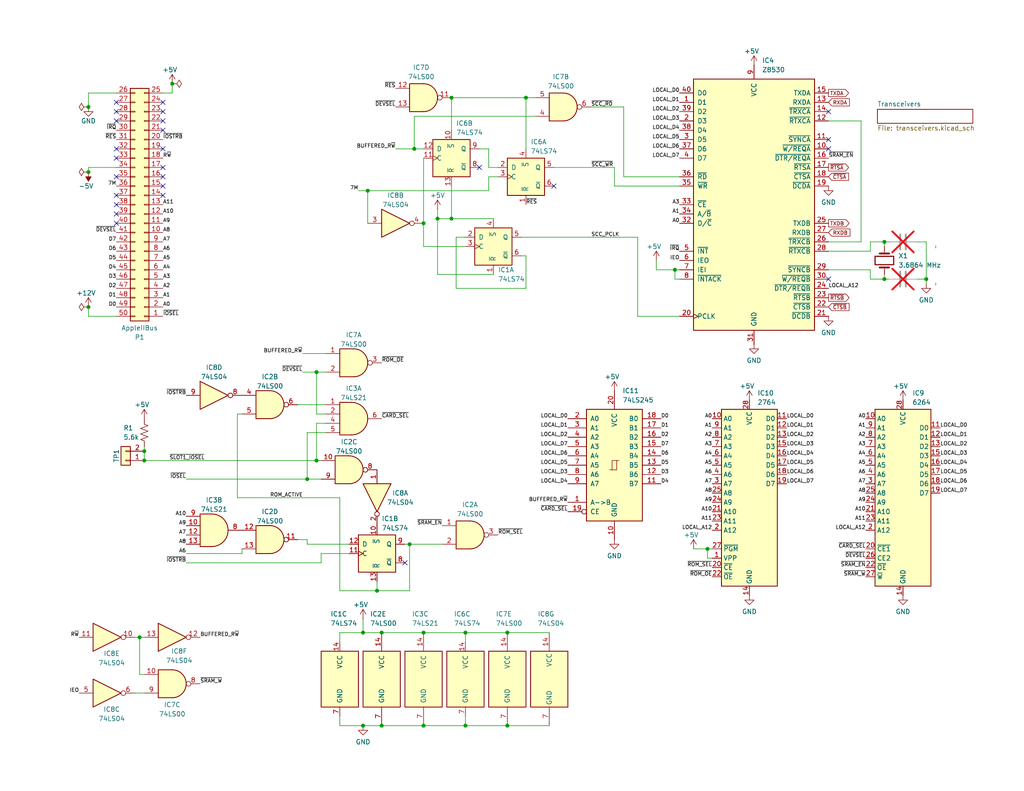
<source format=kicad_sch>
(kicad_sch (version 20231120) (generator "eeschema") (generator_version "8.0")
  (paper "USLetter")
  (title_block (title "Digicard D-Net") (date "2023-12-19") (rev "3") (comment 2 "captured by Mark Aikens") (comment 3 "by Digicard") (comment 4 "Apple II networking card"))
  (lib_symbols
    (symbol "74xx:74LS00" (pin_names (offset 1.016))
      (property "Reference" "U" (at 0 1.27 0))
      (property "Value" "74LS00" (at 0 -1.27 0))
      (symbol "74LS00_1_1"
        (pin input line (at -7.62 2.54 0) (length 3.81) (name "~") (number "1"))
        (pin input line (at -7.62 -2.54 0) (length 3.81) (name "~") (number "2"))
        (pin output inverted (at 7.62 0 180) (length 3.81) (name "~") (number "3"))
      )
      (symbol "74LS00_1_2"
        (pin input inverted (at -7.62 2.54 0) (length 4.318) (name "~") (number "1"))
        (pin input inverted (at -7.62 -2.54 0) (length 4.318) (name "~") (number "2"))
        (pin output line (at 7.62 0 180) (length 3.81) (name "~") (number "3"))
      )
      (symbol "74LS00_2_1"
        (pin input line (at -7.62 2.54 0) (length 3.81) (name "~") (number "4"))
        (pin input line (at -7.62 -2.54 0) (length 3.81) (name "~") (number "5"))
        (pin output inverted (at 7.62 0 180) (length 3.81) (name "~") (number "6"))
      )
      (symbol "74LS00_2_2"
        (pin input inverted (at -7.62 2.54 0) (length 4.318) (name "~") (number "4"))
        (pin input inverted (at -7.62 -2.54 0) (length 4.318) (name "~") (number "5"))
        (pin output line (at 7.62 0 180) (length 3.81) (name "~") (number "6"))
      )
      (symbol "74LS00_3_1"
        (pin input line (at -7.62 -2.54 0) (length 3.81) (name "~") (number "10"))
        (pin output inverted (at 7.62 0 180) (length 3.81) (name "~") (number "8"))
        (pin input line (at -7.62 2.54 0) (length 3.81) (name "~") (number "9"))
      )
      (symbol "74LS00_3_2"
        (pin input inverted (at -7.62 -2.54 0) (length 4.318) (name "~") (number "10"))
        (pin output line (at 7.62 0 180) (length 3.81) (name "~") (number "8"))
        (pin input inverted (at -7.62 2.54 0) (length 4.318) (name "~") (number "9"))
      )
      (symbol "74LS00_4_1"
        (pin output inverted (at 7.62 0 180) (length 3.81) (name "~") (number "11"))
        (pin input line (at -7.62 2.54 0) (length 3.81) (name "~") (number "12"))
        (pin input line (at -7.62 -2.54 0) (length 3.81) (name "~") (number "13"))
      )
      (symbol "74LS00_4_2"
        (pin output line (at 7.62 0 180) (length 3.81) (name "~") (number "11"))
        (pin input inverted (at -7.62 2.54 0) (length 4.318) (name "~") (number "12"))
        (pin input inverted (at -7.62 -2.54 0) (length 4.318) (name "~") (number "13"))
      )
      (symbol "74LS00_5_0"
        (pin power_in line (at 0 12.7 270) (length 5.08) (name "VCC") (number "14"))
        (pin power_in line (at 0 -12.7 90) (length 5.08) (name "GND") (number "7"))
      )
    )
    (symbol "74xx:74LS04"
      (property "Reference" "U" (at 0 1.27 0))
      (property "Value" "74LS04" (at 0 -1.27 0))
      (symbol "74LS04_1_0"
        (pin input line (at -7.62 0 0) (length 3.81) (name "~") (number "1"))
        (pin output inverted (at 7.62 0 180) (length 3.81) (name "~") (number "2"))
      )
      (symbol "74LS04_2_0"
        (pin input line (at -7.62 0 0) (length 3.81) (name "~") (number "3"))
        (pin output inverted (at 7.62 0 180) (length 3.81) (name "~") (number "4"))
      )
      (symbol "74LS04_3_0"
        (pin input line (at -7.62 0 0) (length 3.81) (name "~") (number "5"))
        (pin output inverted (at 7.62 0 180) (length 3.81) (name "~") (number "6"))
      )
      (symbol "74LS04_4_0"
        (pin output inverted (at 7.62 0 180) (length 3.81) (name "~") (number "8"))
        (pin input line (at -7.62 0 0) (length 3.81) (name "~") (number "9"))
      )
      (symbol "74LS04_5_0"
        (pin output inverted (at 7.62 0 180) (length 3.81) (name "~") (number "10"))
        (pin input line (at -7.62 0 0) (length 3.81) (name "~") (number "11"))
      )
      (symbol "74LS04_6_0"
        (pin output inverted (at 7.62 0 180) (length 3.81) (name "~") (number "12"))
        (pin input line (at -7.62 0 0) (length 3.81) (name "~") (number "13"))
      )
      (symbol "74LS04_7_0"
        (pin power_in line (at 0 12.7 270) (length 5.08) (name "VCC") (number "14"))
        (pin power_in line (at 0 -12.7 90) (length 5.08) (name "GND") (number "7"))
      )
    )
    (symbol "74xx:74LS21" (pin_names (offset 1.016))
      (property "Reference" "U" (at 0 1.27 0))
      (property "Value" "74LS21" (at 0 -1.27 0))
      (symbol "74LS21_1_1"
        (pin input line (at -7.62 3.81 0) (length 3.81) (name "~") (number "1"))
        (pin input line (at -7.62 1.27 0) (length 3.81) (name "~") (number "2"))
        (pin input line (at -7.62 -1.27 0) (length 3.81) (name "~") (number "4"))
        (pin input line (at -7.62 -3.81 0) (length 3.81) (name "~") (number "5"))
        (pin output line (at 7.62 0 180) (length 3.81) (name "~") (number "6"))
      )
      (symbol "74LS21_1_2"
        (pin input inverted (at -7.62 3.81 0) (length 3.81) (name "~") (number "1"))
        (pin input inverted (at -7.62 1.27 0) (length 4.826) (name "~") (number "2"))
        (pin input inverted (at -7.62 -1.27 0) (length 4.826) (name "~") (number "4"))
        (pin input inverted (at -7.62 -3.81 0) (length 3.81) (name "~") (number "5"))
        (pin output inverted (at 7.62 0 180) (length 3.81) (name "~") (number "6"))
      )
      (symbol "74LS21_2_1"
        (pin input line (at -7.62 1.27 0) (length 3.81) (name "~") (number "10"))
        (pin input line (at -7.62 -1.27 0) (length 3.81) (name "~") (number "12"))
        (pin input line (at -7.62 -3.81 0) (length 3.81) (name "~") (number "13"))
        (pin output line (at 7.62 0 180) (length 3.81) (name "~") (number "8"))
        (pin input line (at -7.62 3.81 0) (length 3.81) (name "~") (number "9"))
      )
      (symbol "74LS21_2_2"
        (pin input inverted (at -7.62 1.27 0) (length 4.826) (name "~") (number "10"))
        (pin input inverted (at -7.62 -1.27 0) (length 4.826) (name "~") (number "12"))
        (pin input inverted (at -7.62 -3.81 0) (length 3.81) (name "~") (number "13"))
        (pin output inverted (at 7.62 0 180) (length 3.81) (name "~") (number "8"))
        (pin input inverted (at -7.62 3.81 0) (length 3.81) (name "~") (number "9"))
      )
      (symbol "74LS21_3_0"
        (pin power_in line (at 0 12.7 270) (length 5.08) (name "VCC") (number "14"))
        (pin power_in line (at 0 -12.7 90) (length 5.08) (name "GND") (number "7"))
      )
    )
    (symbol "74xx:74LS245" (pin_names (offset 1.016))
      (property "Reference" "U" (at -7.62 16.51 0))
      (property "Value" "74LS245" (at -7.62 -16.51 0))
      (symbol "74LS245_1_0"
        (pin input line (at -12.7 -10.16 0) (length 5.08) (name "A->B") (number "1"))
        (pin power_in line (at 0 -20.32 90) (length 5.08) (name "GND") (number "10"))
        (pin tri_state line (at 12.7 -5.08 180) (length 5.08) (name "B7") (number "11"))
        (pin tri_state line (at 12.7 -2.54 180) (length 5.08) (name "B6") (number "12"))
        (pin tri_state line (at 12.7 0 180) (length 5.08) (name "B5") (number "13"))
        (pin tri_state line (at 12.7 2.54 180) (length 5.08) (name "B4") (number "14"))
        (pin tri_state line (at 12.7 5.08 180) (length 5.08) (name "B3") (number "15"))
        (pin tri_state line (at 12.7 7.62 180) (length 5.08) (name "B2") (number "16"))
        (pin tri_state line (at 12.7 10.16 180) (length 5.08) (name "B1") (number "17"))
        (pin tri_state line (at 12.7 12.7 180) (length 5.08) (name "B0") (number "18"))
        (pin input inverted (at -12.7 -12.7 0) (length 5.08) (name "CE") (number "19"))
        (pin tri_state line (at -12.7 12.7 0) (length 5.08) (name "A0") (number "2"))
        (pin power_in line (at 0 20.32 270) (length 5.08) (name "VCC") (number "20"))
        (pin tri_state line (at -12.7 10.16 0) (length 5.08) (name "A1") (number "3"))
        (pin tri_state line (at -12.7 7.62 0) (length 5.08) (name "A2") (number "4"))
        (pin tri_state line (at -12.7 5.08 0) (length 5.08) (name "A3") (number "5"))
        (pin tri_state line (at -12.7 2.54 0) (length 5.08) (name "A4") (number "6"))
        (pin tri_state line (at -12.7 0 0) (length 5.08) (name "A5") (number "7"))
        (pin tri_state line (at -12.7 -2.54 0) (length 5.08) (name "A6") (number "8"))
        (pin tri_state line (at -12.7 -5.08 0) (length 5.08) (name "A7") (number "9"))
      )
    )
    (symbol "74xx:74LS74" (pin_names (offset 1.016))
      (property "Reference" "U" (at -7.62 8.89 0))
      (property "Value" "74LS74" (at -7.62 -8.89 0))
      (symbol "74LS74_1_0"
        (pin input line (at 0 -7.62 90) (length 2.54) (name "~{R}") (number "1"))
        (pin input line (at -7.62 2.54 0) (length 2.54) (name "D") (number "2"))
        (pin input clock (at -7.62 0 0) (length 2.54) (name "C") (number "3"))
        (pin input line (at 0 7.62 270) (length 2.54) (name "~{S}") (number "4"))
        (pin output line (at 7.62 2.54 180) (length 2.54) (name "Q") (number "5"))
        (pin output line (at 7.62 -2.54 180) (length 2.54) (name "~{Q}") (number "6"))
      )
      (symbol "74LS74_2_0"
        (pin input line (at 0 7.62 270) (length 2.54) (name "~{S}") (number "10"))
        (pin input clock (at -7.62 0 0) (length 2.54) (name "C") (number "11"))
        (pin input line (at -7.62 2.54 0) (length 2.54) (name "D") (number "12"))
        (pin input line (at 0 -7.62 90) (length 2.54) (name "~{R}") (number "13"))
        (pin output line (at 7.62 -2.54 180) (length 2.54) (name "~{Q}") (number "8"))
        (pin output line (at 7.62 2.54 180) (length 2.54) (name "Q") (number "9"))
      )
      (symbol "74LS74_3_0"
        (pin power_in line (at 0 10.16 270) (length 2.54) (name "VCC") (number "14"))
        (pin power_in line (at 0 -10.16 90) (length 2.54) (name "GND") (number "7"))
      )
    )
    (symbol "Connector_Generic:Conn_01x02" (pin_names (offset 1.016) hide)
      (property "Reference" "J" (at 0 2.54 0))
      (property "Value" "Conn_01x02" (at 0 -5.08 0))
      (symbol "Conn_01x02_1_1"
        (pin passive line (at -5.08 0 0) (length 3.81) (name "Pin_1") (number "1"))
        (pin passive line (at -5.08 -2.54 0) (length 3.81) (name "Pin_2") (number "2"))
      )
    )
    (symbol "Connector_Generic:Conn_02x25_Counter_Clockwise" (pin_names (offset 1.016) hide)
      (property "Reference" "J" (at 1.27 33.02 0))
      (property "Value" "Conn_02x25_Counter_Clockwise" (at 1.27 -33.02 0))
      (symbol "Conn_02x25_Counter_Clockwise_1_1"
        (pin passive line (at -5.08 30.48 0) (length 3.81) (name "Pin_1") (number "1"))
        (pin passive line (at -5.08 7.62 0) (length 3.81) (name "Pin_10") (number "10"))
        (pin passive line (at -5.08 5.08 0) (length 3.81) (name "Pin_11") (number "11"))
        (pin passive line (at -5.08 2.54 0) (length 3.81) (name "Pin_12") (number "12"))
        (pin passive line (at -5.08 0 0) (length 3.81) (name "Pin_13") (number "13"))
        (pin passive line (at -5.08 -2.54 0) (length 3.81) (name "Pin_14") (number "14"))
        (pin passive line (at -5.08 -5.08 0) (length 3.81) (name "Pin_15") (number "15"))
        (pin passive line (at -5.08 -7.62 0) (length 3.81) (name "Pin_16") (number "16"))
        (pin passive line (at -5.08 -10.16 0) (length 3.81) (name "Pin_17") (number "17"))
        (pin passive line (at -5.08 -12.7 0) (length 3.81) (name "Pin_18") (number "18"))
        (pin passive line (at -5.08 -15.24 0) (length 3.81) (name "Pin_19") (number "19"))
        (pin passive line (at -5.08 27.94 0) (length 3.81) (name "Pin_2") (number "2"))
        (pin passive line (at -5.08 -17.78 0) (length 3.81) (name "Pin_20") (number "20"))
        (pin passive line (at -5.08 -20.32 0) (length 3.81) (name "Pin_21") (number "21"))
        (pin passive line (at -5.08 -22.86 0) (length 3.81) (name "Pin_22") (number "22"))
        (pin passive line (at -5.08 -25.4 0) (length 3.81) (name "Pin_23") (number "23"))
        (pin passive line (at -5.08 -27.94 0) (length 3.81) (name "Pin_24") (number "24"))
        (pin passive line (at -5.08 -30.48 0) (length 3.81) (name "Pin_25") (number "25"))
        (pin passive line (at 7.62 -30.48 180) (length 3.81) (name "Pin_26") (number "26"))
        (pin passive line (at 7.62 -27.94 180) (length 3.81) (name "Pin_27") (number "27"))
        (pin passive line (at 7.62 -25.4 180) (length 3.81) (name "Pin_28") (number "28"))
        (pin passive line (at 7.62 -22.86 180) (length 3.81) (name "Pin_29") (number "29"))
        (pin passive line (at -5.08 25.4 0) (length 3.81) (name "Pin_3") (number "3"))
        (pin passive line (at 7.62 -20.32 180) (length 3.81) (name "Pin_30") (number "30"))
        (pin passive line (at 7.62 -17.78 180) (length 3.81) (name "Pin_31") (number "31"))
        (pin passive line (at 7.62 -15.24 180) (length 3.81) (name "Pin_32") (number "32"))
        (pin passive line (at 7.62 -12.7 180) (length 3.81) (name "Pin_33") (number "33"))
        (pin passive line (at 7.62 -10.16 180) (length 3.81) (name "Pin_34") (number "34"))
        (pin passive line (at 7.62 -7.62 180) (length 3.81) (name "Pin_35") (number "35"))
        (pin passive line (at 7.62 -5.08 180) (length 3.81) (name "Pin_36") (number "36"))
        (pin passive line (at 7.62 -2.54 180) (length 3.81) (name "Pin_37") (number "37"))
        (pin passive line (at 7.62 0 180) (length 3.81) (name "Pin_38") (number "38"))
        (pin passive line (at 7.62 2.54 180) (length 3.81) (name "Pin_39") (number "39"))
        (pin passive line (at -5.08 22.86 0) (length 3.81) (name "Pin_4") (number "4"))
        (pin passive line (at 7.62 5.08 180) (length 3.81) (name "Pin_40") (number "40"))
        (pin passive line (at 7.62 7.62 180) (length 3.81) (name "Pin_41") (number "41"))
        (pin passive line (at 7.62 10.16 180) (length 3.81) (name "Pin_42") (number "42"))
        (pin passive line (at 7.62 12.7 180) (length 3.81) (name "Pin_43") (number "43"))
        (pin passive line (at 7.62 15.24 180) (length 3.81) (name "Pin_44") (number "44"))
        (pin passive line (at 7.62 17.78 180) (length 3.81) (name "Pin_45") (number "45"))
        (pin passive line (at 7.62 20.32 180) (length 3.81) (name "Pin_46") (number "46"))
        (pin passive line (at 7.62 22.86 180) (length 3.81) (name "Pin_47") (number "47"))
        (pin passive line (at 7.62 25.4 180) (length 3.81) (name "Pin_48") (number "48"))
        (pin passive line (at 7.62 27.94 180) (length 3.81) (name "Pin_49") (number "49"))
        (pin passive line (at -5.08 20.32 0) (length 3.81) (name "Pin_5") (number "5"))
        (pin passive line (at 7.62 30.48 180) (length 3.81) (name "Pin_50") (number "50"))
        (pin passive line (at -5.08 17.78 0) (length 3.81) (name "Pin_6") (number "6"))
        (pin passive line (at -5.08 15.24 0) (length 3.81) (name "Pin_7") (number "7"))
        (pin passive line (at -5.08 12.7 0) (length 3.81) (name "Pin_8") (number "8"))
        (pin passive line (at -5.08 10.16 0) (length 3.81) (name "Pin_9") (number "9"))
      )
    )
    (symbol "Device:C" (pin_numbers hide) (pin_names (offset 0.254))
      (property "Reference" "C" (at 0.635 2.54 0))
      (property "Value" "C" (at 0.635 -2.54 0))
      (symbol "C_1_1"
        (pin passive line (at 0 3.81 270) (length 2.794) (name "~") (number "1"))
        (pin passive line (at 0 -3.81 90) (length 2.794) (name "~") (number "2"))
      )
    )
    (symbol "Device:Crystal" (pin_numbers hide) (pin_names (offset 1.016) hide)
      (property "Reference" "Y" (at 0 3.81 0))
      (property "Value" "Crystal" (at 0 -3.81 0))
      (symbol "Crystal_1_1"
        (pin passive line (at -3.81 0 0) (length 1.27) (name "1") (number "1"))
        (pin passive line (at 3.81 0 180) (length 1.27) (name "2") (number "2"))
      )
    )
    (symbol "Device:R_US" (pin_numbers hide) (pin_names (offset 0))
      (property "Reference" "R" (at 2.54 0 90))
      (property "Value" "R_US" (at -2.54 0 90))
      (symbol "R_US_1_1"
        (pin passive line (at 0 3.81 270) (length 1.27) (name "~") (number "1"))
        (pin passive line (at 0 -3.81 90) (length 1.27) (name "~") (number "2"))
      )
    )
    (symbol "Interface_UART:Z8530" (pin_names (offset 1.016))
      (property "Reference" "U" (at -16.51 35.56 0))
      (property "Value" "Z8530" (at 10.16 35.56 0))
      (symbol "Z8530_1_1"
        (pin input line (at -20.32 27.94 0) (length 3.81) (name "D1") (number "1"))
        (pin output line (at 20.32 15.24 180) (length 3.81) (name "~{W/REQA}") (number "10"))
        (pin bidirectional line (at 20.32 17.78 180) (length 3.81) (name "~{SYNCA}") (number "11"))
        (pin input line (at 20.32 22.86 180) (length 3.81) (name "~{RTXCA}") (number "12"))
        (pin input line (at 20.32 27.94 180) (length 3.81) (name "RXDA") (number "13"))
        (pin bidirectional line (at 20.32 25.4 180) (length 3.81) (name "~{TRXCA}") (number "14"))
        (pin output line (at 20.32 30.48 180) (length 3.81) (name "TXDA") (number "15"))
        (pin output line (at 20.32 12.7 180) (length 3.81) (name "~{DTR/REQA}") (number "16"))
        (pin output line (at 20.32 10.16 180) (length 3.81) (name "~{RTSA}") (number "17"))
        (pin input line (at 20.32 7.62 180) (length 3.81) (name "~{CTSA}") (number "18"))
        (pin input line (at 20.32 5.08 180) (length 3.81) (name "~{DCDA}") (number "19"))
        (pin input line (at -20.32 22.86 0) (length 3.81) (name "D3") (number "2"))
        (pin input clock (at -20.32 -30.48 0) (length 3.81) (name "PCLK") (number "20"))
        (pin input line (at 20.32 -30.48 180) (length 3.81) (name "~{DCDB}") (number "21"))
        (pin input line (at 20.32 -27.94 180) (length 3.81) (name "~{CTSB}") (number "22"))
        (pin output line (at 20.32 -25.4 180) (length 3.81) (name "~{RTSB}") (number "23"))
        (pin output line (at 20.32 -22.86 180) (length 3.81) (name "~{DTR/REQB}") (number "24"))
        (pin output line (at 20.32 -5.08 180) (length 3.81) (name "TXDB") (number "25"))
        (pin bidirectional line (at 20.32 -10.16 180) (length 3.81) (name "~{TRXCB}") (number "26"))
        (pin input line (at 20.32 -7.62 180) (length 3.81) (name "RXDB") (number "27"))
        (pin input line (at 20.32 -12.7 180) (length 3.81) (name "~{RTXCB}") (number "28"))
        (pin bidirectional line (at 20.32 -17.78 180) (length 3.81) (name "~{SYNCB}") (number "29"))
        (pin input line (at -20.32 17.78 0) (length 3.81) (name "D5") (number "3"))
        (pin output line (at 20.32 -20.32 180) (length 3.81) (name "~{W/REQB}") (number "30"))
        (pin power_in line (at 0 -38.1 90) (length 3.81) (name "GND") (number "31"))
        (pin input line (at -20.32 -5.08 0) (length 3.81) (name "D/~{C}") (number "32"))
        (pin input line (at -20.32 0 0) (length 3.81) (name "~{CE}") (number "33"))
        (pin input line (at -20.32 -2.54 0) (length 3.81) (name "A/~{B}") (number "34"))
        (pin input line (at -20.32 5.08 0) (length 3.81) (name "~{WR}") (number "35"))
        (pin input line (at -20.32 7.62 0) (length 3.81) (name "~{RD}") (number "36"))
        (pin input line (at -20.32 15.24 0) (length 3.81) (name "D6") (number "37"))
        (pin input line (at -20.32 20.32 0) (length 3.81) (name "D4") (number "38"))
        (pin input line (at -20.32 25.4 0) (length 3.81) (name "D2") (number "39"))
        (pin input line (at -20.32 12.7 0) (length 3.81) (name "D7") (number "4"))
        (pin input line (at -20.32 30.48 0) (length 3.81) (name "D0") (number "40"))
        (pin open_collector line (at -20.32 -12.7 0) (length 3.81) (name "~{INT}") (number "5"))
        (pin output line (at -20.32 -15.24 0) (length 3.81) (name "IEO") (number "6"))
        (pin input line (at -20.32 -17.78 0) (length 3.81) (name "IEI") (number "7"))
        (pin input line (at -20.32 -20.32 0) (length 3.81) (name "~{INTACK}") (number "8"))
        (pin power_in line (at 0 38.1 270) (length 3.81) (name "VCC") (number "9"))
      )
    )
    (symbol "Memory_EPROM:2764"
      (property "Reference" "U" (at -7.62 24.13 0))
      (property "Value" "2764" (at 2.54 -26.67 0))
      (symbol "2764_1_1"
        (pin input line (at -10.16 -17.78 0) (length 2.54) (name "VPP") (number "1"))
        (pin input line (at -10.16 20.32 0) (length 2.54) (name "A0") (number "10"))
        (pin tri_state line (at 10.16 20.32 180) (length 2.54) (name "D0") (number "11"))
        (pin tri_state line (at 10.16 17.78 180) (length 2.54) (name "D1") (number "12"))
        (pin tri_state line (at 10.16 15.24 180) (length 2.54) (name "D2") (number "13"))
        (pin power_in line (at 0 -27.94 90) (length 2.54) (name "GND") (number "14"))
        (pin tri_state line (at 10.16 12.7 180) (length 2.54) (name "D3") (number "15"))
        (pin tri_state line (at 10.16 10.16 180) (length 2.54) (name "D4") (number "16"))
        (pin tri_state line (at 10.16 7.62 180) (length 2.54) (name "D5") (number "17"))
        (pin tri_state line (at 10.16 5.08 180) (length 2.54) (name "D6") (number "18"))
        (pin tri_state line (at 10.16 2.54 180) (length 2.54) (name "D7") (number "19"))
        (pin input line (at -10.16 -10.16 0) (length 2.54) (name "A12") (number "2"))
        (pin input line (at -10.16 -20.32 0) (length 2.54) (name "~{CE}") (number "20"))
        (pin input line (at -10.16 -5.08 0) (length 2.54) (name "A10") (number "21"))
        (pin input line (at -10.16 -22.86 0) (length 2.54) (name "~{OE}") (number "22"))
        (pin input line (at -10.16 -7.62 0) (length 2.54) (name "A11") (number "23"))
        (pin input line (at -10.16 -2.54 0) (length 2.54) (name "A9") (number "24"))
        (pin input line (at -10.16 0 0) (length 2.54) (name "A8") (number "25"))
        (pin no_connect line (at 7.62 0 180) (length 2.54) hide (name "NC") (number "26"))
        (pin input line (at -10.16 -15.24 0) (length 2.54) (name "~{PGM}") (number "27"))
        (pin power_in line (at 0 25.4 270) (length 2.54) (name "VCC") (number "28"))
        (pin input line (at -10.16 2.54 0) (length 2.54) (name "A7") (number "3"))
        (pin input line (at -10.16 5.08 0) (length 2.54) (name "A6") (number "4"))
        (pin input line (at -10.16 7.62 0) (length 2.54) (name "A5") (number "5"))
        (pin input line (at -10.16 10.16 0) (length 2.54) (name "A4") (number "6"))
        (pin input line (at -10.16 12.7 0) (length 2.54) (name "A3") (number "7"))
        (pin input line (at -10.16 15.24 0) (length 2.54) (name "A2") (number "8"))
        (pin input line (at -10.16 17.78 0) (length 2.54) (name "A1") (number "9"))
      )
    )
    (symbol "Memory_Legacy:6264"
      (property "Reference" "U" (at -7.62 25.4 0))
      (property "Value" "6264" (at 2.54 -25.4 0))
      (symbol "6264_1_1"
        (pin input line (at -10.16 21.59 0) (length 2.54) (name "A0") (number "10"))
        (pin tri_state line (at 10.16 19.05 180) (length 2.54) (name "D0") (number "11"))
        (pin tri_state line (at 10.16 16.51 180) (length 2.54) (name "D1") (number "12"))
        (pin tri_state line (at 10.16 13.97 180) (length 2.54) (name "D2") (number "13"))
        (pin power_in line (at 0 -26.67 90) (length 2.54) (name "GND") (number "14"))
        (pin tri_state line (at 10.16 11.43 180) (length 2.54) (name "D3") (number "15"))
        (pin tri_state line (at 10.16 8.89 180) (length 2.54) (name "D4") (number "16"))
        (pin tri_state line (at 10.16 6.35 180) (length 2.54) (name "D5") (number "17"))
        (pin tri_state line (at 10.16 3.81 180) (length 2.54) (name "D6") (number "18"))
        (pin tri_state line (at 10.16 1.27 180) (length 2.54) (name "D7") (number "19"))
        (pin input line (at -10.16 -8.89 0) (length 2.54) (name "A12") (number "2"))
        (pin input line (at -10.16 -13.97 0) (length 2.54) (name "~{CE1}") (number "20"))
        (pin input line (at -10.16 -3.81 0) (length 2.54) (name "A10") (number "21"))
        (pin input line (at -10.16 -19.05 0) (length 2.54) (name "~{OE}") (number "22"))
        (pin input line (at -10.16 -6.35 0) (length 2.54) (name "A11") (number "23"))
        (pin input line (at -10.16 -1.27 0) (length 2.54) (name "A9") (number "24"))
        (pin input line (at -10.16 1.27 0) (length 2.54) (name "A8") (number "25"))
        (pin input line (at -10.16 -16.51 0) (length 2.54) (name "CE2") (number "26"))
        (pin input line (at -10.16 -21.59 0) (length 2.54) (name "~{W}") (number "27"))
        (pin power_in line (at 0 26.67 270) (length 2.54) (name "VCC") (number "28"))
        (pin input line (at -10.16 3.81 0) (length 2.54) (name "A7") (number "3"))
        (pin input line (at -10.16 6.35 0) (length 2.54) (name "A6") (number "4"))
        (pin input line (at -10.16 8.89 0) (length 2.54) (name "A5") (number "5"))
        (pin input line (at -10.16 11.43 0) (length 2.54) (name "A4") (number "6"))
        (pin input line (at -10.16 13.97 0) (length 2.54) (name "A3") (number "7"))
        (pin input line (at -10.16 16.51 0) (length 2.54) (name "A2") (number "8"))
        (pin input line (at -10.16 19.05 0) (length 2.54) (name "A1") (number "9"))
      )
    )
    (symbol "power:+12V" (power) (pin_numbers hide) (pin_names (offset 0) hide)
      (property "Value" "+12V" (at 0 3.556 0))
      (symbol "+12V_1_1"
        (pin power_in line (at 0 0 90) (length 0) (name "~") (number "1"))
      )
    )
    (symbol "power:+5V" (power) (pin_numbers hide) (pin_names (offset 0) hide)
      (property "Value" "+5V" (at 0 3.556 0))
      (symbol "+5V_1_1"
        (pin power_in line (at 0 0 90) (length 0) (name "~") (number "1"))
      )
    )
    (symbol "power:-5V" (power) (pin_numbers hide) (pin_names (offset 0) hide)
      (property "Value" "-5V" (at 0 3.556 0))
      (symbol "-5V_0_0"
        (pin power_in line (at 0 0 90) (length 0) (name "~") (number "1"))
      )
    )
    (symbol "power:GND" (power) (pin_numbers hide) (pin_names (offset 0) hide)
      (property "Value" "GND" (at 0 -3.81 0))
      (symbol "GND_1_1"
        (pin power_in line (at 0 0 270) (length 0) (name "~") (number "1"))
      )
    )
    (symbol "power:PWR_FLAG" (power) (pin_numbers hide) (pin_names (offset 0) hide)
      (property "Value" "PWR_FLAG" (at 0 3.81 0))
      (symbol "PWR_FLAG_0_0"
        (pin power_out line (at 0 0 90) (length 0) (name "~") (number "1"))
      )
    )
  )
  (junction (at 38.1 173.99))
  (junction (at 252.73 76.2))
  (junction (at 138.43 198.12))
  (junction (at 115.57 172.72))
  (junction (at 113.03 40.64))
  (junction (at 102.87 161.29))
  (junction (at 138.43 172.72))
  (junction (at 24.13 83.82))
  (junction (at 100.33 52.07))
  (junction (at 83.82 130.81))
  (junction (at 115.57 60.96))
  (junction (at 119.38 59.69))
  (junction (at 104.14 172.72))
  (junction (at 184.15 73.66))
  (junction (at 193.04 149.86))
  (junction (at 86.36 101.6))
  (junction (at 123.19 59.69))
  (junction (at 104.14 198.12))
  (junction (at 123.19 26.67))
  (junction (at 115.57 198.12))
  (junction (at 24.13 29.21))
  (junction (at 127 172.72))
  (junction (at 143.51 26.67))
  (junction (at 24.13 46.99))
  (junction (at 86.36 125.73))
  (junction (at 127 198.12))
  (junction (at 241.3 66.04))
  (junction (at 241.3 76.2))
  (junction (at 46.99 22.86))
  (junction (at 99.06 198.12))
  (junction (at 39.37 123.19))
  (junction (at 39.37 125.73))
  (junction (at 99.06 172.72))
  (junction (at 111.76 148.59))
  (no_connect (at 226.06 30.48))
  (no_connect (at 31.75 40.64))
  (no_connect (at 110.49 153.67))
  (no_connect (at 31.75 55.88))
  (no_connect (at 226.06 38.1))
  (no_connect (at 130.81 45.72))
  (no_connect (at 31.75 58.42))
  (no_connect (at 226.06 40.64))
  (no_connect (at 31.75 60.96))
  (no_connect (at 44.45 53.34))
  (no_connect (at 31.75 48.26))
  (no_connect (at 44.45 27.94))
  (no_connect (at 31.75 53.34))
  (no_connect (at 31.75 30.48))
  (no_connect (at 151.13 50.8))
  (no_connect (at 44.45 40.64))
  (no_connect (at 44.45 48.26))
  (no_connect (at 44.45 33.02))
  (no_connect (at 44.45 30.48))
  (no_connect (at 44.45 35.56))
  (no_connect (at 31.75 33.02))
  (no_connect (at 31.75 27.94))
  (no_connect (at 44.45 45.72))
  (no_connect (at 31.75 43.18))
  (no_connect (at 44.45 50.8))
  (no_connect (at 226.06 76.2))
  (wire (pts (xy 142.24 64.77) (xy 173.99 64.77)))
  (wire (pts (xy 88.9 101.6) (xy 86.36 101.6)))
  (wire (pts (xy 115.57 60.96) (xy 115.57 67.31)))
  (wire (pts (xy 193.04 152.4) (xy 194.31 152.4)))
  (wire (pts (xy 99.06 172.72) (xy 104.14 172.72)))
  (wire (pts (xy 38.1 173.99) (xy 38.1 184.15)))
  (wire (pts (xy 142.24 69.85) (xy 143.51 69.85)))
  (wire (pts (xy 242.57 66.04) (xy 241.3 66.04)))
  (wire (pts (xy 83.82 148.59) (xy 83.82 147.32)))
  (wire (pts (xy 234.95 33.02) (xy 226.06 33.02)))
  (wire (pts (xy 127 198.12) (xy 138.43 198.12)))
  (wire (pts (xy 138.43 198.12) (xy 149.86 198.12)))
  (wire (pts (xy 86.36 125.73) (xy 87.63 125.73)))
  (wire (pts (xy 179.07 73.66) (xy 184.15 73.66)))
  (wire (pts (xy 242.57 76.2) (xy 241.3 76.2)))
  (wire (pts (xy 36.83 173.99) (xy 38.1 173.99)))
  (wire (pts (xy 113.03 40.64) (xy 115.57 40.64)))
  (wire (pts (xy 151.13 45.72) (xy 167.64 45.72)))
  (wire (pts (xy 184.15 73.66) (xy 185.42 73.66)))
  (wire (pts (xy 138.43 172.72) (xy 149.86 172.72)))
  (wire (pts (xy 38.1 173.99) (xy 39.37 173.99)))
  (wire (pts (xy 119.38 59.69) (xy 123.19 59.69)))
  (wire (pts (xy 252.73 66.04) (xy 252.73 76.2)))
  (wire (pts (xy 107.95 40.64) (xy 113.03 40.64)))
  (wire (pts (xy 133.35 48.26) (xy 135.89 48.26)))
  (wire (pts (xy 81.28 147.32) (xy 83.82 147.32)))
  (wire (pts (xy 237.49 76.2) (xy 241.3 76.2)))
  (wire (pts (xy 111.76 148.59) (xy 120.65 148.59)))
  (wire (pts (xy 241.3 76.2) (xy 241.3 74.93)))
  (wire (pts (xy 179.07 71.12) (xy 179.07 73.66)))
  (wire (pts (xy 241.3 66.04) (xy 241.3 67.31)))
  (wire (pts (xy 111.76 148.59) (xy 111.76 161.29)))
  (wire (pts (xy 115.57 43.18) (xy 115.57 60.96)))
  (wire (pts (xy 24.13 86.36) (xy 31.75 86.36)))
  (wire (pts (xy 92.71 195.58) (xy 92.71 198.12)))
  (wire (pts (xy 83.82 118.11) (xy 88.9 118.11)))
  (wire (pts (xy 133.35 45.72) (xy 135.89 45.72)))
  (wire (pts (xy 184.15 76.2) (xy 185.42 76.2)))
  (wire (pts (xy 86.36 113.03) (xy 88.9 113.03)))
  (wire (pts (xy 250.19 76.2) (xy 252.73 76.2)))
  (wire (pts (xy 83.82 130.81) (xy 87.63 130.81)))
  (wire (pts (xy 173.99 64.77) (xy 173.99 86.36)))
  (wire (pts (xy 113.03 31.75) (xy 113.03 40.64)))
  (wire (pts (xy 127 198.12) (xy 127 195.58)))
  (wire (pts (xy 104.14 198.12) (xy 115.57 198.12)))
  (wire (pts (xy 92.71 161.29) (xy 92.71 135.89)))
  (wire (pts (xy 87.63 151.13) (xy 95.25 151.13)))
  (wire (pts (xy 92.71 135.89) (xy 64.77 135.89)))
  (wire (pts (xy 81.28 110.49) (xy 88.9 110.49)))
  (wire (pts (xy 133.35 40.64) (xy 130.81 40.64)))
  (wire (pts (xy 127 172.72) (xy 127 175.26)))
  (wire (pts (xy 193.04 149.86) (xy 194.31 149.86)))
  (wire (pts (xy 82.55 101.6) (xy 86.36 101.6)))
  (wire (pts (xy 82.55 96.52) (xy 88.9 96.52)))
  (wire (pts (xy 38.1 184.15) (xy 39.37 184.15)))
  (wire (pts (xy 50.8 153.67) (xy 87.63 153.67)))
  (wire (pts (xy 39.37 125.73) (xy 86.36 125.73)))
  (wire (pts (xy 83.82 118.11) (xy 83.82 130.81)))
  (wire (pts (xy 102.87 161.29) (xy 102.87 158.75)))
  (wire (pts (xy 234.95 66.04) (xy 234.95 33.02)))
  (wire (pts (xy 64.77 113.03) (xy 66.04 113.03)))
  (wire (pts (xy 119.38 74.93) (xy 119.38 59.69)))
  (wire (pts (xy 134.62 74.93) (xy 119.38 74.93)))
  (wire (pts (xy 167.64 50.8) (xy 185.42 50.8)))
  (wire (pts (xy 193.04 149.86) (xy 193.04 152.4)))
  (wire (pts (xy 83.82 148.59) (xy 95.25 148.59)))
  (wire (pts (xy 99.06 198.12) (xy 104.14 198.12)))
  (wire (pts (xy 226.06 68.58) (xy 237.49 68.58)))
  (wire (pts (xy 24.13 25.4) (xy 24.13 29.21)))
  (wire (pts (xy 66.04 151.13) (xy 66.04 149.86)))
  (wire (pts (xy 173.99 86.36) (xy 185.42 86.36)))
  (wire (pts (xy 86.36 101.6) (xy 86.36 113.03)))
  (wire (pts (xy 46.99 22.86) (xy 46.99 25.4)))
  (wire (pts (xy 92.71 175.26) (xy 92.71 172.72)))
  (wire (pts (xy 143.51 78.74) (xy 124.46 78.74)))
  (wire (pts (xy 124.46 78.74) (xy 124.46 64.77)))
  (wire (pts (xy 115.57 198.12) (xy 127 198.12)))
  (wire (pts (xy 123.19 26.67) (xy 143.51 26.67)))
  (wire (pts (xy 39.37 123.19) (xy 39.37 125.73)))
  (wire (pts (xy 39.37 121.92) (xy 39.37 123.19)))
  (wire (pts (xy 127 172.72) (xy 138.43 172.72)))
  (wire (pts (xy 226.06 66.04) (xy 234.95 66.04)))
  (wire (pts (xy 88.9 115.57) (xy 86.36 115.57)))
  (wire (pts (xy 161.29 29.21) (xy 170.18 29.21)))
  (wire (pts (xy 86.36 115.57) (xy 86.36 125.73)))
  (wire (pts (xy 36.83 189.23) (xy 39.37 189.23)))
  (wire (pts (xy 123.19 26.67) (xy 123.19 35.56)))
  (wire (pts (xy 87.63 153.67) (xy 87.63 151.13)))
  (wire (pts (xy 115.57 67.31) (xy 127 67.31)))
  (wire (pts (xy 143.51 26.67) (xy 146.05 26.67)))
  (wire (pts (xy 119.38 57.15) (xy 119.38 59.69)))
  (wire (pts (xy 189.23 149.86) (xy 193.04 149.86)))
  (wire (pts (xy 50.8 130.81) (xy 83.82 130.81)))
  (wire (pts (xy 237.49 66.04) (xy 237.49 68.58)))
  (wire (pts (xy 104.14 172.72) (xy 115.57 172.72)))
  (wire (pts (xy 64.77 135.89) (xy 64.77 113.03)))
  (wire (pts (xy 31.75 45.72) (xy 24.13 45.72)))
  (wire (pts (xy 143.51 69.85) (xy 143.51 78.74)))
  (wire (pts (xy 97.79 52.07) (xy 100.33 52.07)))
  (wire (pts (xy 110.49 148.59) (xy 111.76 148.59)))
  (wire (pts (xy 167.64 45.72) (xy 167.64 50.8)))
  (wire (pts (xy 102.87 161.29) (xy 111.76 161.29)))
  (wire (pts (xy 124.46 64.77) (xy 127 64.77)))
  (wire (pts (xy 100.33 52.07) (xy 100.33 60.96)))
  (wire (pts (xy 184.15 73.66) (xy 184.15 76.2)))
  (wire (pts (xy 252.73 76.2) (xy 252.73 77.47)))
  (wire (pts (xy 226.06 73.66) (xy 237.49 73.66)))
  (wire (pts (xy 113.03 31.75) (xy 146.05 31.75)))
  (wire (pts (xy 133.35 45.72) (xy 133.35 40.64)))
  (wire (pts (xy 24.13 45.72) (xy 24.13 46.99)))
  (wire (pts (xy 170.18 29.21) (xy 170.18 48.26)))
  (wire (pts (xy 24.13 83.82) (xy 24.13 86.36)))
  (wire (pts (xy 143.51 26.67) (xy 143.51 40.64)))
  (wire (pts (xy 99.06 172.72) (xy 99.06 168.91)))
  (wire (pts (xy 99.06 172.72) (xy 92.71 172.72)))
  (wire (pts (xy 170.18 48.26) (xy 185.42 48.26)))
  (wire (pts (xy 115.57 172.72) (xy 127 172.72)))
  (wire (pts (xy 123.19 50.8) (xy 123.19 59.69)))
  (wire (pts (xy 92.71 161.29) (xy 102.87 161.29)))
  (wire (pts (xy 99.06 198.12) (xy 92.71 198.12)))
  (wire (pts (xy 31.75 25.4) (xy 24.13 25.4)))
  (wire (pts (xy 237.49 66.04) (xy 241.3 66.04)))
  (wire (pts (xy 237.49 73.66) (xy 237.49 76.2)))
  (wire (pts (xy 100.33 52.07) (xy 133.35 52.07)))
  (wire (pts (xy 250.19 66.04) (xy 252.73 66.04)))
  (wire (pts (xy 46.99 25.4) (xy 44.45 25.4)))
  (wire (pts (xy 133.35 52.07) (xy 133.35 48.26)))
  (wire (pts (xy 50.8 151.13) (xy 66.04 151.13)))
  (wire (pts (xy 123.19 59.69) (xy 134.62 59.69)))
  (label "7M" (at 97.79 52.07 180) (effects (font (size 1 1))))
  (label "A10" (at 50.8 140.97 180) (effects (font (size 1 1))))
  (label "A8" (at 50.8 148.59 180) (effects (font (size 1 1))))
  (label "A3" (at 44.45 76.2 0) (effects (font (size 1 1))))
  (label "A6" (at 44.45 68.58 0) (effects (font (size 1 1))))
  (label "~{IOSTRB}" (at 44.45 38.1 0) (effects (font (size 1 1))))
  (label "A6" (at 236.22 129.54 180) (effects (font (size 1 1))))
  (label "D5" (at 31.75 71.12 180) (effects (font (size 1 1))))
  (label "D2" (at 31.75 78.74 180) (effects (font (size 1 1))))
  (label "~{RES}" (at 143.51 55.88 0) (effects (font (size 1 1))))
  (label "A4" (at 194.31 124.46 180) (effects (font (size 1 1))))
  (label "D7" (at 180.34 121.92 0) (effects (font (size 1 1))))
  (label "LOCAL_D3" (at 154.94 129.54 180) (effects (font (size 1 1))))
  (label "A5" (at 236.22 127 180) (effects (font (size 1 1))))
  (label "LOCAL_D4" (at 214.63 124.46 0) (effects (font (size 1 1))))
  (label "~{ROM_OE}" (at 194.31 157.48 180) (effects (font (size 1 1))))
  (label "~{SCC_RD}" (at 161.29 29.21 0) (effects (font (size 1 1))))
  (label "LOCAL_D6" (at 154.94 124.46 180) (effects (font (size 1 1))))
  (label "~{SRAM_EN}" (at 226.06 43.18 0) (effects (font (size 1 1))))
  (label "~{CARD_SEL}" (at 154.94 139.7 180) (effects (font (size 1 1))))
  (label "A1" (at 236.22 116.84 180) (effects (font (size 1 1))))
  (label "A9" (at 50.8 143.51 180) (effects (font (size 1 1))))
  (label "IEO" (at 185.42 71.12 180) (effects (font (size 1 1))))
  (label "LOCAL_D2" (at 214.63 119.38 0) (effects (font (size 1 1))))
  (label "A3" (at 236.22 121.92 180) (effects (font (size 1 1))))
  (label "A6" (at 50.8 151.13 180) (effects (font (size 1 1))))
  (label "LOCAL_A12" (at 226.06 78.74 0) (effects (font (size 1 1))))
  (label "A9" (at 44.45 60.96 0) (effects (font (size 1 1))))
  (label "A4" (at 44.45 73.66 0) (effects (font (size 1 1))))
  (label "R~{W}" (at 21.59 173.99 180) (effects (font (size 1 1))))
  (label "LOCAL_D2" (at 154.94 119.38 180) (effects (font (size 1 1))))
  (label "D6" (at 31.75 68.58 180) (effects (font (size 1 1))))
  (label "~{SRAM_W}" (at 54.61 186.69 0) (effects (font (size 1 1))))
  (label "A2" (at 236.22 119.38 180) (effects (font (size 1 1))))
  (label "~{ROM_OE}" (at 104.14 99.06 0) (effects (font (size 1 1))))
  (label "LOCAL_D0" (at 214.63 114.3 0) (effects (font (size 1 1))))
  (label "~{DEVSEL}" (at 82.55 101.6 180) (effects (font (size 1 1))))
  (label "~{SRAM_W}" (at 236.22 157.48 180) (effects (font (size 1 1))))
  (label "ROM_ACTIVE" (at 73.66 135.89 0) (effects (font (size 1 1))))
  (label "D1" (at 31.75 81.28 180) (effects (font (size 1 1))))
  (label "LOCAL_D4" (at 154.94 132.08 180) (effects (font (size 1 1))))
  (label "~{DEVSEL}" (at 236.22 152.4 180) (effects (font (size 1 1))))
  (label "LOCAL_D5" (at 154.94 127 180) (effects (font (size 1 1))))
  (label "D0" (at 31.75 83.82 180) (effects (font (size 1 1))))
  (label "D5" (at 180.34 127 0) (effects (font (size 1 1))))
  (label "A8" (at 44.45 63.5 0) (effects (font (size 1 1))))
  (label "LOCAL_D5" (at 256.54 129.54 0) (effects (font (size 1 1))))
  (label "~{IOSTRB}" (at 50.8 107.95 180) (effects (font (size 1 1))))
  (label "D2" (at 180.34 119.38 0) (effects (font (size 1 1))))
  (label "LOCAL_D7" (at 256.54 134.62 0) (effects (font (size 1 1))))
  (label "LOCAL_D3" (at 185.42 33.02 180) (effects (font (size 1 1))))
  (label "LOCAL_D5" (at 185.42 38.1 180) (effects (font (size 1 1))))
  (label "A7" (at 44.45 66.04 0) (effects (font (size 1 1))))
  (label "A11" (at 194.31 142.24 180) (effects (font (size 1 1))))
  (label "LOCAL_D1" (at 185.42 27.94 180) (effects (font (size 1 1))))
  (label "D0" (at 180.34 114.3 0) (effects (font (size 1 1))))
  (label "LOCAL_D1" (at 214.63 116.84 0) (effects (font (size 1 1))))
  (label "A0" (at 236.22 114.3 180) (effects (font (size 1 1))))
  (label "A0" (at 44.45 83.82 0) (effects (font (size 1 1))))
  (label "~{ROM_SEL}" (at 194.31 154.94 180) (effects (font (size 1 1))))
  (label "LOCAL_D4" (at 256.54 127 0) (effects (font (size 1 1))))
  (label "LOCAL_D2" (at 256.54 121.92 0) (effects (font (size 1 1))))
  (label "A1" (at 44.45 81.28 0) (effects (font (size 1 1))))
  (label "~{CARD_SEL}" (at 104.14 114.3 0) (effects (font (size 1 1))))
  (label "LOCAL_D2" (at 185.42 30.48 180) (effects (font (size 1 1))))
  (label "A7" (at 50.8 146.05 180) (effects (font (size 1 1))))
  (label "LOCAL_D0" (at 154.94 114.3 180) (effects (font (size 1 1))))
  (label "~{SRAM_EN}" (at 120.65 143.51 180) (effects (font (size 1 1))))
  (label "~{DEVSEL}" (at 31.75 63.5 180) (effects (font (size 1 1))))
  (label "LOCAL_D6" (at 185.42 40.64 180) (effects (font (size 1 1))))
  (label "A1" (at 194.31 116.84 180) (effects (font (size 1 1))))
  (label "A10" (at 44.45 58.42 0) (effects (font (size 1 1))))
  (label "~{DEVSEL}" (at 107.95 29.21 180) (effects (font (size 1 1))))
  (label "LOCAL_A12" (at 236.22 144.78 180) (effects (font (size 1 1))))
  (label "A10" (at 236.22 139.7 180) (effects (font (size 1 1))))
  (label "~{ROM_SEL}" (at 135.89 146.05 0) (effects (font (size 1 1))))
  (label "A10" (at 194.31 139.7 180) (effects (font (size 1 1))))
  (label "A5" (at 194.31 127 180) (effects (font (size 1 1))))
  (label "A5" (at 44.45 71.12 0) (effects (font (size 1 1))))
  (label "~{IRQ}" (at 185.42 68.58 180) (effects (font (size 1 1))))
  (label "A1" (at 185.42 58.42 180) (effects (font (size 1 1))))
  (label "LOCAL_D1" (at 256.54 119.38 0) (effects (font (size 1 1))))
  (label "7M" (at 31.75 50.8 180) (effects (font (size 1 1))))
  (label "D6" (at 180.34 124.46 0) (effects (font (size 1 1))))
  (label "D7" (at 31.75 66.04 180) (effects (font (size 1 1))))
  (label "A0" (at 194.31 114.3 180) (effects (font (size 1 1))))
  (label "BUFFERED_R~{W}" (at 107.95 40.64 180) (effects (font (size 1 1))))
  (label "A2" (at 44.45 78.74 0) (effects (font (size 1 1))))
  (label "A6" (at 194.31 129.54 180) (effects (font (size 1 1))))
  (label "~{CARD_SEL}" (at 236.22 149.86 180) (effects (font (size 1 1))))
  (label "LOCAL_D7" (at 185.42 43.18 180) (effects (font (size 1 1))))
  (label "LOCAL_D3" (at 256.54 124.46 0) (effects (font (size 1 1))))
  (label "LOCAL_D5" (at 214.63 127 0) (effects (font (size 1 1))))
  (label "A8" (at 236.22 134.62 180) (effects (font (size 1 1))))
  (label "BUFFERED_R~{W}" (at 54.61 173.99 0) (effects (font (size 1 1))))
  (label "LOCAL_D3" (at 214.63 121.92 0) (effects (font (size 1 1))))
  (label "A7" (at 194.31 132.08 180) (effects (font (size 1 1))))
  (label "LOCAL_D7" (at 154.94 121.92 180) (effects (font (size 1 1))))
  (label "LOCAL_D7" (at 214.63 132.08 0) (effects (font (size 1 1))))
  (label "~{SRAM_EN}" (at 236.22 154.94 180) (effects (font (size 1 1))))
  (label "LOCAL_D0" (at 185.42 25.4 180) (effects (font (size 1 1))))
  (label "LOCAL_D6" (at 214.63 129.54 0) (effects (font (size 1 1))))
  (label "LOCAL_A12" (at 194.31 144.78 180) (effects (font (size 1 1))))
  (label "~{SCC_WR}" (at 161.29 45.72 0) (effects (font (size 1 1))))
  (label "~{IRQ}" (at 31.75 35.56 180) (effects (font (size 1 1))))
  (label "A3" (at 185.42 55.88 180) (effects (font (size 1 1))))
  (label "D3" (at 180.34 129.54 0) (effects (font (size 1 1))))
  (label "SCC_PCLK" (at 161.29 64.77 0) (effects (font (size 1 1))))
  (label "D4" (at 31.75 73.66 180) (effects (font (size 1 1))))
  (label "~{RES}" (at 31.75 38.1 180) (effects (font (size 1 1))))
  (label "~{IOSTRB}" (at 50.8 153.67 180) (effects (font (size 1 1))))
  (label "A9" (at 236.22 137.16 180) (effects (font (size 1 1))))
  (label "~{RES}" (at 107.95 24.13 180) (effects (font (size 1 1))))
  (label "D4" (at 180.34 132.08 0) (effects (font (size 1 1))))
  (label "LOCAL_D1" (at 154.94 116.84 180) (effects (font (size 1 1))))
  (label "LOCAL_D4" (at 185.42 35.56 180) (effects (font (size 1 1))))
  (label "BUFFERED_R~{W}" (at 82.55 96.52 180) (effects (font (size 1 1))))
  (label "A0" (at 185.42 60.96 180) (effects (font (size 1 1))))
  (label "LOCAL_D0" (at 256.54 116.84 0) (effects (font (size 1 1))))
  (label "A11" (at 44.45 55.88 0) (effects (font (size 1 1))))
  (label "~{SLOT1_IOSEL}" (at 55.88 125.73 180) (effects (font (size 1 1))))
  (label "A9" (at 194.31 137.16 180) (effects (font (size 1 1))))
  (label "A8" (at 194.31 134.62 180) (effects (font (size 1 1))))
  (label "A3" (at 194.31 121.92 180) (effects (font (size 1 1))))
  (label "A11" (at 236.22 142.24 180) (effects (font (size 1 1))))
  (label "~{IOSEL}" (at 50.8 130.81 180) (effects (font (size 1 1))))
  (label "BUFFERED_R~{W}" (at 154.94 137.16 180) (effects (font (size 1 1))))
  (label "A7" (at 236.22 132.08 180) (effects (font (size 1 1))))
  (label "IEO" (at 21.59 189.23 180) (effects (font (size 1 1))))
  (label "A2" (at 194.31 119.38 180) (effects (font (size 1 1))))
  (label "A4" (at 236.22 124.46 180) (effects (font (size 1 1))))
  (label "D1" (at 180.34 116.84 0) (effects (font (size 1 1))))
  (label "LOCAL_D6" (at 256.54 132.08 0) (effects (font (size 1 1))))
  (label "R~{W}" (at 44.45 43.18 0) (effects (font (size 1 1))))
  (label "D3" (at 31.75 76.2 180) (effects (font (size 1 1))))
  (label "~{IOSEL}" (at 44.45 86.36 0) (effects (font (size 1 1))))
  (global_label "~{CTSB}" (shape input) (at 226.06 83.82 0) (effects (font (size 1 1))) (property "Intersheetrefs" "${INTERSHEET_REFS}" (effects (hide yes))))
  (global_label "~{RTSA}" (shape output) (at 226.06 45.72 0) (effects (font (size 1 1))) (property "Intersheetrefs" "${INTERSHEET_REFS}" (effects (hide yes))))
  (global_label "TXDB" (shape output) (at 226.06 60.96 0) (effects (font (size 1 1))) (property "Intersheetrefs" "${INTERSHEET_REFS}" (effects (hide yes))))
  (global_label "RXDB" (shape input) (at 226.06 63.5 0) (effects (font (size 1 1))) (property "Intersheetrefs" "${INTERSHEET_REFS}" (effects (hide yes))))
  (global_label "RXDA" (shape input) (at 226.06 27.94 0) (effects (font (size 1 1))) (property "Intersheetrefs" "${INTERSHEET_REFS}" (effects (hide yes))))
  (global_label "~{CTSA}" (shape input) (at 226.06 48.26 0) (effects (font (size 1 1))) (property "Intersheetrefs" "${INTERSHEET_REFS}" (effects (hide yes))))
  (global_label "~{RTSB}" (shape output) (at 226.06 81.28 0) (effects (font (size 1 1))) (property "Intersheetrefs" "${INTERSHEET_REFS}" (effects (hide yes))))
  (global_label "TXDA" (shape output) (at 226.06 25.4 0) (effects (font (size 1 1))) (property "Intersheetrefs" "${INTERSHEET_REFS}" (effects (hide yes))))
  (symbol (lib_id "74xx:74LS00") (at 46.99 186.69 0) (mirror x) (unit 3)
    (property "Reference" "IC7" (at 46.99 192.405 0))
    (property "Value" "74LS00" (at 46.99 194.945 0))
    (property "Datasheet" "http://www.ti.com/lit/gpn/sn74ls00" (effects (hide yes)))
  )
  (symbol (lib_id "power:GND") (at 167.64 147.32 0) (unit 1)
    (property "Reference" "#PWR021" (effects (hide yes)))
    (property "Value" "GND" (at 167.64 151.765 0))
    (property "Description" "Power symbol creates a global label with name \"GND\" , ground" (effects (hide yes)))
  )
  (symbol (lib_id "74xx:74LS04") (at 46.99 173.99 0) (mirror x) (unit 6)
    (property "Reference" "IC8" (at 48.895 177.8 0))
    (property "Value" "74LS04" (at 48.895 180.34 0))
    (property "Datasheet" "http://www.ti.com/lit/gpn/sn74LS04" (effects (hide yes)))
  )
  (symbol (lib_id "Interface_UART:Z8530") (at 205.74 55.88 0) (unit 1)
    (property "Reference" "IC4" (at 207.9341 16.51 0) (effects (justify left)))
    (property "Value" "Z8530" (at 207.9341 19.05 0) (effects (justify left)))
  )
  (symbol (lib_id "74xx:74LS00") (at 138.43 185.42 0) (unit 5)
    (property "Reference" "IC7" (at 135.255 167.64 0) (effects (justify left)))
    (property "Value" "74LS00" (at 135.255 170.18 0) (effects (justify left)))
    (property "Datasheet" "http://www.ti.com/lit/gpn/sn74ls00" (effects (hide yes)))
  )
  (symbol (lib_id "power:GND") (at 226.06 50.8 0) (unit 1)
    (property "Reference" "#PWR034" (effects (hide yes)))
    (property "Value" "GND" (at 226.06 55.245 0))
    (property "Description" "Power symbol creates a global label with name \"GND\" , ground" (effects (hide yes)))
  )
  (symbol (lib_id "power:-5V") (at 24.13 46.99 180) (unit 1)
    (property "Reference" "#PWR04" (effects (hide yes)))
    (property "Value" "-5V" (at 23.495 50.8 0))
    (property "Description" "Power symbol creates a global label with name \"-5V\"" (effects (hide yes)))
  )
  (symbol (lib_id "power:+5V") (at 46.99 22.86 0) (unit 1)
    (property "Reference" "#PWR02" (effects (hide yes)))
    (property "Value" "+5V" (at 46.355 19.05 0))
    (property "Description" "Power symbol creates a global label with name \"+5V\"" (effects (hide yes)))
  )
  (symbol (lib_id "Connector_Generic:Conn_02x25_Counter_Clockwise") (at 39.37 55.88 180) (unit 1) (in_bom no)
    (property "Reference" "P1" (at 38.1 92.075 0))
    (property "Value" "AppleIIBus" (at 38.1 89.535 0))
  )
  (symbol (lib_id "74xx:74LS21") (at 115.57 185.42 0) (unit 3)
    (property "Reference" "IC3" (at 112.395 167.64 0) (effects (justify left)))
    (property "Value" "74LS21" (at 112.395 170.18 0) (effects (justify left)))
    (property "Datasheet" "http://www.ti.com/lit/gpn/sn74LS21" (effects (hide yes)))
  )
  (symbol (lib_id "power:GND") (at 24.13 29.21 0) (unit 1)
    (property "Reference" "#PWR01" (effects (hide yes)))
    (property "Value" "GND" (at 24.13 33.02 0))
    (property "Description" "Power symbol creates a global label with name \"GND\" , ground" (effects (hide yes)))
  )
  (symbol (lib_id "power:GND") (at 99.06 198.12 0) (unit 1)
    (property "Reference" "#PWR018" (effects (hide yes)))
    (property "Value" "GND" (at 99.06 202.565 0))
    (property "Description" "Power symbol creates a global label with name \"GND\" , ground" (effects (hide yes)))
  )
  (symbol (lib_id "power:GND") (at 226.06 86.36 0) (unit 1)
    (property "Reference" "#PWR035" (effects (hide yes)))
    (property "Value" "GND" (at 226.06 90.805 0))
    (property "Description" "Power symbol creates a global label with name \"GND\" , ground" (effects (hide yes)))
  )
  (symbol (lib_id "74xx:74LS04") (at 107.95 60.96 0) (unit 2)
    (property "Reference" "IC8" (at 107.95 53.34 0))
    (property "Value" "74LS04" (at 107.95 55.88 0))
    (property "Datasheet" "http://www.ti.com/lit/gpn/sn74LS04" (effects (hide yes)))
  )
  (symbol (lib_id "74xx:74LS04") (at 149.86 185.42 0) (unit 7)
    (property "Reference" "IC8" (at 146.685 167.64 0) (effects (justify left)))
    (property "Value" "74LS04" (at 146.685 170.18 0) (effects (justify left)))
    (property "Datasheet" "http://www.ti.com/lit/gpn/sn74LS04" (effects (hide yes)))
  )
  (symbol (lib_id "power:+5V") (at 99.06 168.91 0) (unit 1)
    (property "Reference" "#PWR07" (effects (hide yes)))
    (property "Value" "+5V" (at 98.425 165.1 0))
    (property "Description" "Power symbol creates a global label with name \"+5V\"" (effects (hide yes)))
  )
  (symbol (lib_id "74xx:74LS04") (at 102.87 135.89 270) (unit 1)
    (property "Reference" "IC8" (at 109.22 134.62 90))
    (property "Value" "74LS04" (at 109.22 137.16 90))
    (property "Datasheet" "http://www.ti.com/lit/gpn/sn74LS04" (effects (hide yes)))
  )
  (symbol (lib_id "power:GND") (at 252.73 77.47 0) (unit 1)
    (property "Reference" "#PWR042" (effects (hide yes)))
    (property "Value" "GND" (at 252.73 81.915 0))
    (property "Description" "Power symbol creates a global label with name \"GND\" , ground" (effects (hide yes)))
  )
  (symbol (lib_id "74xx:74LS00") (at 73.66 110.49 0) (unit 2)
    (property "Reference" "IC2" (at 73.66 102.87 0))
    (property "Value" "74LS00" (at 73.66 105.41 0))
    (property "Datasheet" "http://www.ti.com/lit/gpn/sn74ls00" (effects (hide yes)))
  )
  (symbol (lib_id "74xx:74LS74") (at 102.87 151.13 0) (unit 2)
    (property "Reference" "IC1" (at 104.14 141.605 0) (effects (justify left)))
    (property "Value" "74LS74" (at 104.14 144.145 0) (effects (justify left)))
    (property "Datasheet" "74xx/74hc_hct74.pdf" (effects (hide yes)))
  )
  (symbol (lib_id "74xx:74LS04") (at 58.42 107.95 0) (unit 4)
    (property "Reference" "IC8" (at 58.42 100.33 0))
    (property "Value" "74LS04" (at 58.42 102.87 0))
    (property "Datasheet" "http://www.ti.com/lit/gpn/sn74LS04" (effects (hide yes)))
  )
  (symbol (lib_id "Device:Crystal") (at 241.3 71.12 90) (unit 1)
    (property "Reference" "X1" (at 245.11 69.85 90) (effects (justify right)))
    (property "Value" "3.6864 MHz" (at 245.11 72.39 90) (effects (justify right)))
  )
  (symbol (lib_id "Device:C") (at 246.38 66.04 90) (unit 1) (dnp yes)
    (property "Reference" "C13" (effects (hide yes)))
    (property "Value" "~" (at 255.27 67.945 0) (effects (justify left)))
    (property "Footprint" "Capacitor_THT:C_Axial_L3.8mm_D2.6mm_P12.50mm_Horizontal" (effects (hide yes)))
  )
  (symbol (lib_id "74xx:74LS74") (at 134.62 67.31 0) (unit 1)
    (property "Reference" "IC1" (at 135.89 73.66 0) (effects (justify left)))
    (property "Value" "74LS74" (at 135.89 76.2 0) (effects (justify left)))
    (property "Datasheet" "74xx/74hc_hct74.pdf" (effects (hide yes)))
  )
  (symbol (lib_id "power:GND") (at 246.38 162.56 0) (unit 1)
    (property "Reference" "#PWR019" (effects (hide yes)))
    (property "Value" "GND" (at 246.38 167.005 0))
    (property "Description" "Power symbol creates a global label with name \"GND\" , ground" (effects (hide yes)))
  )
  (symbol (lib_id "74xx:74LS21") (at 96.52 114.3 0) (unit 1)
    (property "Reference" "IC3" (at 96.52 106.045 0))
    (property "Value" "74LS21" (at 96.52 108.585 0))
    (property "Datasheet" "http://www.ti.com/lit/gpn/sn74LS21" (effects (hide yes)))
  )
  (symbol (lib_id "power:+5V") (at 39.37 114.3 0) (unit 1)
    (property "Reference" "#PWR037" (effects (hide yes)))
    (property "Value" "+5V" (at 38.735 110.49 0))
    (property "Description" "Power symbol creates a global label with name \"+5V\"" (effects (hide yes)))
  )
  (symbol (lib_id "74xx:74LS04") (at 29.21 189.23 0) (mirror x) (unit 3)
    (property "Reference" "IC8" (at 30.48 193.675 0))
    (property "Value" "74LS04" (at 30.48 196.215 0))
    (property "Datasheet" "http://www.ti.com/lit/gpn/sn74LS04" (effects (hide yes)))
  )
  (symbol (lib_id "power:GND") (at 204.47 162.56 0) (unit 1)
    (property "Reference" "#PWR020" (effects (hide yes)))
    (property "Value" "GND" (at 204.47 167.005 0))
    (property "Description" "Power symbol creates a global label with name \"GND\" , ground" (effects (hide yes)))
  )
  (symbol (lib_id "Connector_Generic:Conn_01x02") (at 34.29 125.73 180) (unit 1)
    (property "Reference" "TP1" (at 31.75 124.46 90))
    (property "Value" "Conn_01x02" (effects (hide yes)))
  )
  (symbol (lib_id "power:PWR_FLAG") (at 24.13 83.82 90) (unit 1)
    (property "Reference" "#FLG04" (effects (hide yes)))
    (property "Value" "PWR_FLAG" (effects (hide yes)))
    (property "Description" "Special symbol for telling ERC where power comes from" (effects (hide yes)))
  )
  (symbol (lib_id "74xx:74LS00") (at 115.57 26.67 0) (unit 4)
    (property "Reference" "IC7" (at 114.935 18.415 0))
    (property "Value" "74LS00" (at 114.935 20.955 0))
    (property "Datasheet" "http://www.ti.com/lit/gpn/sn74ls00" (effects (hide yes)))
  )
  (symbol (lib_id "power:+5V") (at 246.38 109.22 0) (unit 1)
    (property "Reference" "#PWR09" (effects (hide yes)))
    (property "Value" "+5V" (at 245.745 105.41 0))
    (property "Description" "Power symbol creates a global label with name \"+5V\"" (effects (hide yes)))
  )
  (symbol (lib_id "74xx:74LS00") (at 73.66 147.32 0) (unit 4)
    (property "Reference" "IC2" (at 73.66 139.7 0))
    (property "Value" "74LS00" (at 73.66 142.24 0))
    (property "Datasheet" "http://www.ti.com/lit/gpn/sn74ls00" (effects (hide yes)))
  )
  (symbol (lib_id "power:+5V") (at 167.64 106.68 0) (unit 1)
    (property "Reference" "#PWR011" (effects (hide yes)))
    (property "Value" "+5V" (at 167.005 102.87 0))
    (property "Description" "Power symbol creates a global label with name \"+5V\"" (effects (hide yes)))
  )
  (symbol (lib_id "74xx:74LS00") (at 95.25 128.27 0) (mirror x) (unit 3)
    (property "Reference" "IC2" (at 95.25 120.65 0))
    (property "Value" "74LS00" (at 95.25 123.19 0))
    (property "Datasheet" "http://www.ti.com/lit/gpn/sn74ls00" (effects (hide yes)))
  )
  (symbol (lib_id "74xx:74LS245") (at 167.64 127 0) (unit 1)
    (property "Reference" "IC11" (at 169.8341 106.68 0) (effects (justify left)))
    (property "Value" "74LS245" (at 169.8341 109.22 0) (effects (justify left)))
    (property "Datasheet" "http://www.ti.com/lit/gpn/sn74LS245" (effects (hide yes)))
  )
  (symbol (lib_id "power:PWR_FLAG") (at 24.13 29.21 90) (unit 1)
    (property "Reference" "#FLG02" (effects (hide yes)))
    (property "Value" "PWR_FLAG" (effects (hide yes)))
    (property "Description" "Special symbol for telling ERC where power comes from" (effects (hide yes)))
  )
  (symbol (lib_id "74xx:74LS74") (at 92.71 185.42 0) (unit 3)
    (property "Reference" "IC1" (at 90.17 167.64 0) (effects (justify left)))
    (property "Value" "74LS74" (at 90.17 170.18 0) (effects (justify left)))
    (property "Datasheet" "74xx/74hc_hct74.pdf" (effects (hide yes)))
  )
  (symbol (lib_id "power:+12V") (at 24.13 83.82 0) (unit 1)
    (property "Reference" "#PWR028" (effects (hide yes)))
    (property "Value" "+12V" (at 23.495 80.01 0))
    (property "Description" "Power symbol creates a global label with name \"+12V\"" (effects (hide yes)))
  )
  (symbol (lib_id "74xx:74LS04") (at 29.21 173.99 0) (mirror x) (unit 5)
    (property "Reference" "IC8" (at 30.48 178.435 0))
    (property "Value" "74LS04" (at 30.48 180.975 0))
    (property "Datasheet" "http://www.ti.com/lit/gpn/sn74LS04" (effects (hide yes)))
  )
  (symbol (lib_id "Memory_Legacy:6264") (at 246.38 135.89 0) (unit 1)
    (property "Reference" "IC9" (at 248.92 107.315 0) (effects (justify left)))
    (property "Value" "6264" (at 248.92 109.855 0) (effects (justify left)))
    (property "Footprint" "Package_DIP:DIP-28_W15.24mm" (effects (hide yes)))
    (property "Description" "SRAM 64 KiBit (8Ki * 8)" (effects (hide yes)))
  )
  (symbol (lib_id "74xx:74LS00") (at 96.52 99.06 0) (unit 1)
    (property "Reference" "IC7" (at 96.52 91.44 0))
    (property "Value" "74LS00" (at 96.52 93.98 0))
    (property "Datasheet" "http://www.ti.com/lit/gpn/sn74ls00" (effects (hide yes)))
  )
  (symbol (lib_id "Memory_EPROM:2764") (at 204.47 134.62 0) (unit 1)
    (property "Reference" "IC10" (at 206.6641 107.315 0) (effects (justify left)))
    (property "Value" "2764" (at 206.6641 109.855 0) (effects (justify left)))
    (property "Footprint" "Package_DIP:DIP-28_W15.24mm" (effects (hide yes)))
    (property "Datasheet" "https://downloads.reactivemicro.com/Electronics/ROM/2764%20EPROM.pdf" (effects (hide yes)))
  )
  (symbol (lib_id "power:+5V") (at 189.23 149.86 0) (unit 1)
    (property "Reference" "#PWR038" (effects (hide yes)))
    (property "Value" "+5V" (at 188.595 146.05 0))
    (property "Description" "Power symbol creates a global label with name \"+5V\"" (effects (hide yes)))
  )
  (symbol (lib_id "74xx:74LS00") (at 153.67 29.21 0) (mirror x) (unit 2)
    (property "Reference" "IC7" (at 153.035 20.955 0))
    (property "Value" "74LS00" (at 153.035 23.495 0))
    (property "Datasheet" "http://www.ti.com/lit/gpn/sn74ls00" (effects (hide yes)))
  )
  (symbol (lib_id "power:PWR_FLAG") (at 46.99 22.86 270) (unit 1)
    (property "Reference" "#FLG01" (effects (hide yes)))
    (property "Value" "PWR_FLAG" (effects (hide yes)))
    (property "Description" "Special symbol for telling ERC where power comes from" (effects (hide yes)))
  )
  (symbol (lib_id "74xx:74LS74") (at 143.51 48.26 0) (unit 1)
    (property "Reference" "IC6" (at 144.78 38.735 0) (effects (justify left)))
    (property "Value" "74LS74" (at 144.78 41.275 0) (effects (justify left)))
    (property "Datasheet" "74xx/74hc_hct74.pdf" (effects (hide yes)))
  )
  (symbol (lib_id "74xx:74LS00") (at 128.27 146.05 0) (unit 1)
    (property "Reference" "IC2" (at 128.2617 137.795 0))
    (property "Value" "74LS00" (at 128.2617 140.335 0))
    (property "Datasheet" "http://www.ti.com/lit/gpn/sn74ls00" (effects (hide yes)))
  )
  (symbol (lib_id "74xx:74LS00") (at 104.14 185.42 0) (unit 5)
    (property "Reference" "IC2" (at 100.965 167.64 0) (effects (justify left)))
    (property "Value" "74LS00" (at 100.965 170.18 0) (effects (justify left)))
    (property "Datasheet" "http://www.ti.com/lit/gpn/sn74ls00" (effects (hide yes)))
  )
  (symbol (lib_id "74xx:74LS74") (at 127 185.42 0) (unit 3)
    (property "Reference" "IC6" (at 123.825 167.64 0) (effects (justify left)))
    (property "Value" "74LS74" (at 123.825 170.18 0) (effects (justify left)))
    (property "Datasheet" "74xx/74hc_hct74.pdf" (effects (hide yes)))
  )
  (symbol (lib_id "power:+5V") (at 179.07 71.12 0) (unit 1)
    (property "Reference" "#PWR033" (effects (hide yes)))
    (property "Value" "+5V" (at 178.435 67.31 0))
    (property "Description" "Power symbol creates a global label with name \"+5V\"" (effects (hide yes)))
  )
  (symbol (lib_id "power:+5V") (at 119.38 57.15 0) (unit 1)
    (property "Reference" "#PWR041" (effects (hide yes)))
    (property "Value" "+5V" (at 119.38 53.34 0))
    (property "Description" "Power symbol creates a global label with name \"+5V\"" (effects (hide yes)))
  )
  (symbol (lib_id "power:+5V") (at 205.74 17.78 0) (unit 1)
    (property "Reference" "#PWR032" (effects (hide yes)))
    (property "Value" "+5V" (at 205.105 13.97 0))
    (property "Description" "Power symbol creates a global label with name \"+5V\"" (effects (hide yes)))
  )
  (symbol (lib_id "power:GND") (at 205.74 93.98 0) (unit 1)
    (property "Reference" "#PWR036" (effects (hide yes)))
    (property "Value" "GND" (at 205.74 98.425 0))
    (property "Description" "Power symbol creates a global label with name \"GND\" , ground" (effects (hide yes)))
  )
  (symbol (lib_id "74xx:74LS74") (at 123.19 43.18 0) (unit 2)
    (property "Reference" "IC6" (at 124.46 33.655 0) (effects (justify left)))
    (property "Value" "74LS74" (at 124.46 36.195 0) (effects (justify left)))
    (property "Datasheet" "74xx/74hc_hct74.pdf" (effects (hide yes)))
  )
  (symbol (lib_id "Device:C") (at 246.38 76.2 90) (unit 1) (dnp yes)
    (property "Reference" "C12" (effects (hide yes)))
    (property "Value" "~" (at 255.27 78.105 0) (effects (justify left)))
    (property "Footprint" "Capacitor_THT:C_Axial_L3.8mm_D2.6mm_P12.50mm_Horizontal" (effects (hide yes)))
  )
  (symbol (lib_id "power:PWR_FLAG") (at 24.13 46.99 90) (unit 1)
    (property "Reference" "#FLG03" (effects (hide yes)))
    (property "Value" "PWR_FLAG" (effects (hide yes)))
    (property "Description" "Special symbol for telling ERC where power comes from" (effects (hide yes)))
  )
  (symbol (lib_id "Device:R_US") (at 39.37 118.11 0) (unit 1)
    (property "Reference" "R1" (at 33.655 116.84 0) (effects (justify left)))
    (property "Value" "5.6k" (at 33.655 119.38 0) (effects (justify left)))
  )
  (symbol (lib_id "74xx:74LS21") (at 58.42 144.78 0) (unit 2)
    (property "Reference" "IC3" (at 58.42 136.525 0))
    (property "Value" "74LS21" (at 58.42 139.065 0))
    (property "Datasheet" "http://www.ti.com/lit/gpn/sn74LS21" (effects (hide yes)))
  )
  (symbol (lib_id "power:+5V") (at 204.47 109.22 0) (unit 1)
    (property "Reference" "#PWR08" (effects (hide yes)))
    (property "Value" "+5V" (at 203.835 105.41 0))
    (property "Description" "Power symbol creates a global label with name \"+5V\"" (effects (hide yes)))
  )
  (sheet (at 239.395 29.845) (size 26.035 3.81) (stroke (width 0.1524))
    (property "Sheetname" "Transceivers" (at 239.395 29.1334 0) (effects (justify left bottom)))
    (property "Sheetfile" "transceivers.kicad_sch" (at 239.395 34.2396 0) (effects (justify left top)))
  )
)
</source>
